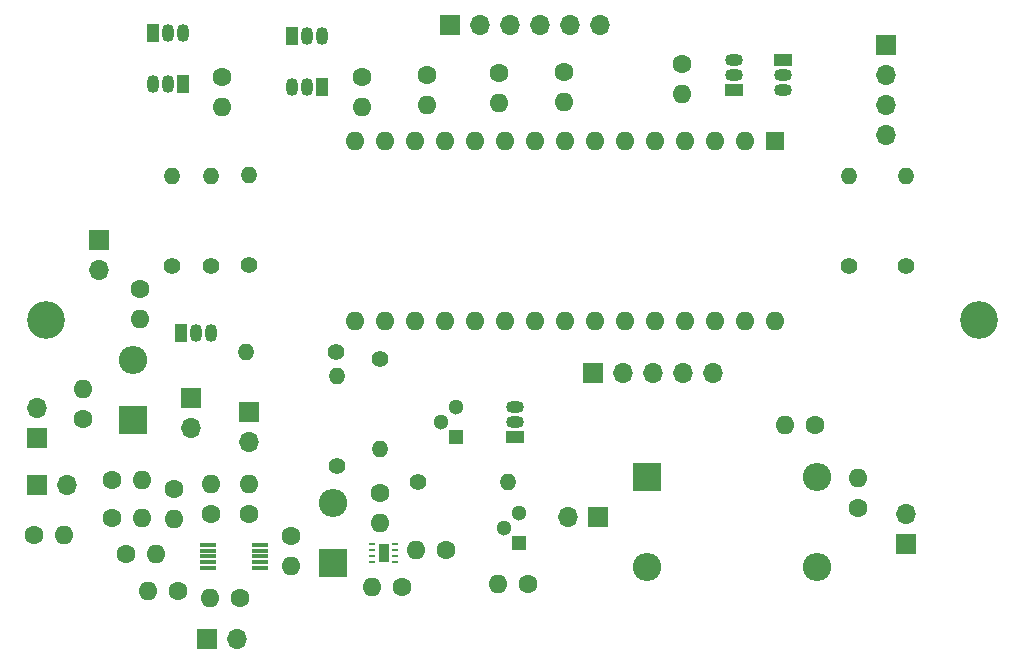
<source format=gbr>
%TF.GenerationSoftware,KiCad,Pcbnew,(5.1.9)-1*%
%TF.CreationDate,2022-03-31T17:20:55+02:00*%
%TF.ProjectId,Balance ruche,42616c61-6e63-4652-9072-756368652e6b,rev?*%
%TF.SameCoordinates,Original*%
%TF.FileFunction,Soldermask,Top*%
%TF.FilePolarity,Negative*%
%FSLAX46Y46*%
G04 Gerber Fmt 4.6, Leading zero omitted, Abs format (unit mm)*
G04 Created by KiCad (PCBNEW (5.1.9)-1) date 2022-03-31 17:20:55*
%MOMM*%
%LPD*%
G01*
G04 APERTURE LIST*
%ADD10R,1.050000X1.500000*%
%ADD11O,1.050000X1.500000*%
%ADD12O,1.400000X1.400000*%
%ADD13C,1.400000*%
%ADD14O,1.600000X1.600000*%
%ADD15R,1.600000X1.600000*%
%ADD16C,1.600000*%
%ADD17O,2.400000X2.400000*%
%ADD18R,2.400000X2.400000*%
%ADD19R,1.400000X0.300000*%
%ADD20R,0.500000X0.250000*%
%ADD21R,0.900000X1.600000*%
%ADD22R,1.500000X1.050000*%
%ADD23O,1.500000X1.050000*%
%ADD24R,1.300000X1.300000*%
%ADD25C,1.300000*%
%ADD26O,1.700000X1.700000*%
%ADD27R,1.700000X1.700000*%
%ADD28C,3.200000*%
G04 APERTURE END LIST*
D10*
%TO.C,Q8*%
X181060000Y-84710000D03*
D11*
X178520000Y-84710000D03*
X179790000Y-84710000D03*
%TD*%
D12*
%TO.C,R6*%
X168370000Y-92210000D03*
D13*
X168370000Y-99830000D03*
%TD*%
D12*
%TO.C,R5*%
X171660000Y-92210000D03*
D13*
X171660000Y-99830000D03*
%TD*%
D14*
%TO.C,A1*%
X183830000Y-104540000D03*
X183830000Y-89300000D03*
X219390000Y-104540000D03*
X186370000Y-89300000D03*
X216850000Y-104540000D03*
X188910000Y-89300000D03*
X214310000Y-104540000D03*
X191450000Y-89300000D03*
X211770000Y-104540000D03*
X193990000Y-89300000D03*
X209230000Y-104540000D03*
X196530000Y-89300000D03*
X206690000Y-104540000D03*
X199070000Y-89300000D03*
X204150000Y-104540000D03*
X201610000Y-89300000D03*
X201610000Y-104540000D03*
X204150000Y-89300000D03*
X199070000Y-104540000D03*
X206690000Y-89300000D03*
X196530000Y-104540000D03*
X209230000Y-89300000D03*
X193990000Y-104540000D03*
X211770000Y-89300000D03*
X191450000Y-104540000D03*
X214310000Y-89300000D03*
X188910000Y-104540000D03*
X216850000Y-89300000D03*
X186370000Y-104540000D03*
D15*
X219390000Y-89300000D03*
%TD*%
D12*
%TO.C,R21*%
X182300000Y-109150000D03*
D13*
X182300000Y-116770000D03*
%TD*%
D12*
%TO.C,R20*%
X185970000Y-115400000D03*
D13*
X185970000Y-107780000D03*
%TD*%
D12*
%TO.C,R7*%
X174590000Y-107110000D03*
D13*
X182210000Y-107110000D03*
%TD*%
D12*
%TO.C,R22*%
X196790000Y-118190000D03*
D13*
X189170000Y-118190000D03*
%TD*%
D12*
%TO.C,R8*%
X174920000Y-92150000D03*
D13*
X174920000Y-99770000D03*
%TD*%
D12*
%TO.C,R11*%
X230520000Y-92290000D03*
D13*
X230520000Y-99910000D03*
%TD*%
D12*
%TO.C,R10*%
X225720000Y-92280000D03*
D13*
X225720000Y-99900000D03*
%TD*%
D14*
%TO.C,C2*%
X166350000Y-127380000D03*
D16*
X168890000Y-127380000D03*
%TD*%
D14*
%TO.C,C21*%
X178420000Y-125280000D03*
D16*
X178420000Y-122740000D03*
%TD*%
D14*
%TO.C,C1*%
X185260000Y-127020000D03*
D16*
X187800000Y-127020000D03*
%TD*%
D14*
%TO.C,C20*%
X189010000Y-123910000D03*
D16*
X191550000Y-123910000D03*
%TD*%
D14*
%TO.C,R26*%
X172610000Y-86390000D03*
D16*
X172610000Y-83850000D03*
%TD*%
D14*
%TO.C,R25*%
X184470000Y-86400000D03*
D16*
X184470000Y-83860000D03*
%TD*%
D14*
%TO.C,R24*%
X211510000Y-85310000D03*
D16*
X211510000Y-82770000D03*
%TD*%
D14*
%TO.C,R23*%
X220260000Y-113320000D03*
D16*
X222800000Y-113320000D03*
%TD*%
D14*
%TO.C,R19*%
X165800000Y-121190000D03*
D16*
X163260000Y-121190000D03*
%TD*%
D14*
%TO.C,R18*%
X165840000Y-117990000D03*
D16*
X163300000Y-117990000D03*
%TD*%
D14*
%TO.C,R17*%
X168520000Y-121310000D03*
D16*
X168520000Y-118770000D03*
%TD*%
D14*
%TO.C,R16*%
X167000000Y-124270000D03*
D16*
X164460000Y-124270000D03*
%TD*%
D14*
%TO.C,R15*%
X174900000Y-118330000D03*
D16*
X174900000Y-120870000D03*
%TD*%
D14*
%TO.C,R14*%
X159200000Y-122640000D03*
D16*
X156660000Y-122640000D03*
%TD*%
D14*
%TO.C,R13*%
X171680000Y-118330000D03*
D16*
X171680000Y-120870000D03*
%TD*%
D14*
%TO.C,R12*%
X185940000Y-121610000D03*
D16*
X185940000Y-119070000D03*
%TD*%
D14*
%TO.C,R9*%
X196070000Y-86070000D03*
D16*
X196070000Y-83530000D03*
%TD*%
D14*
%TO.C,R4*%
X189980000Y-86210000D03*
D16*
X189980000Y-83670000D03*
%TD*%
D14*
%TO.C,R3*%
X201580000Y-86000000D03*
D16*
X201580000Y-83460000D03*
%TD*%
D14*
%TO.C,R2*%
X226440000Y-117830000D03*
D16*
X226440000Y-120370000D03*
%TD*%
D14*
%TO.C,R1*%
X165640000Y-104330000D03*
D16*
X165640000Y-101790000D03*
%TD*%
D14*
%TO.C,F3*%
X195980000Y-126790000D03*
D16*
X198520000Y-126790000D03*
%TD*%
D14*
%TO.C,F2*%
X171600000Y-128020000D03*
D16*
X174140000Y-128020000D03*
%TD*%
D14*
%TO.C,F1*%
X160800000Y-110320000D03*
D16*
X160800000Y-112860000D03*
%TD*%
D17*
%TO.C,U3*%
X223010000Y-125352400D03*
X223010000Y-117730000D03*
X208550000Y-125350000D03*
D18*
X208550000Y-117730000D03*
%TD*%
D19*
%TO.C,U2*%
X171450000Y-125460000D03*
X171450000Y-124960000D03*
X171450000Y-124460000D03*
X171450000Y-123960000D03*
X171450000Y-123460000D03*
X175850000Y-123460000D03*
X175850000Y-123960000D03*
X175850000Y-124460000D03*
X175850000Y-124960000D03*
X175850000Y-125460000D03*
%TD*%
D20*
%TO.C,U1*%
X187220000Y-123920000D03*
X185320000Y-124420000D03*
X185320000Y-124920000D03*
D21*
X186270000Y-124170000D03*
D20*
X187220000Y-124920000D03*
X187220000Y-124420000D03*
X187220000Y-123420000D03*
X185320000Y-123420000D03*
X185320000Y-123920000D03*
%TD*%
D10*
%TO.C,Q10*%
X169330000Y-84460000D03*
D11*
X166790000Y-84460000D03*
X168060000Y-84460000D03*
%TD*%
D10*
%TO.C,Q9*%
X166770000Y-80170000D03*
D11*
X169310000Y-80170000D03*
X168040000Y-80170000D03*
%TD*%
D10*
%TO.C,Q7*%
X178520000Y-80370000D03*
D11*
X181060000Y-80370000D03*
X179790000Y-80370000D03*
%TD*%
D22*
%TO.C,Q6*%
X220130000Y-82400000D03*
D23*
X220130000Y-84940000D03*
X220130000Y-83670000D03*
%TD*%
D22*
%TO.C,Q5*%
X215920000Y-84940000D03*
D23*
X215920000Y-82400000D03*
X215920000Y-83670000D03*
%TD*%
D24*
%TO.C,Q4*%
X197760000Y-123320000D03*
D25*
X197760000Y-120780000D03*
X196490000Y-122050000D03*
%TD*%
D22*
%TO.C,Q3*%
X197380000Y-114370000D03*
D23*
X197380000Y-111830000D03*
X197380000Y-113100000D03*
%TD*%
D24*
%TO.C,Q2*%
X192370000Y-114370000D03*
D25*
X192370000Y-111830000D03*
X191100000Y-113100000D03*
%TD*%
D10*
%TO.C,Q1*%
X169130000Y-105510000D03*
D11*
X171670000Y-105510000D03*
X170400000Y-105510000D03*
%TD*%
D26*
%TO.C,J201*%
X159490000Y-118380000D03*
D27*
X156950000Y-118380000D03*
%TD*%
D26*
%TO.C,J200*%
X173860000Y-131460000D03*
D27*
X171320000Y-131460000D03*
%TD*%
D26*
%TO.C,J101*%
X214170000Y-108960000D03*
X211630000Y-108960000D03*
X209090000Y-108960000D03*
X206550000Y-108960000D03*
D27*
X204010000Y-108960000D03*
%TD*%
D26*
%TO.C,J100*%
X204570000Y-79500000D03*
X202030000Y-79500000D03*
X199490000Y-79500000D03*
X196950000Y-79500000D03*
X194410000Y-79500000D03*
D27*
X191870000Y-79500000D03*
%TD*%
D26*
%TO.C,J11*%
X201880000Y-121110000D03*
D27*
X204420000Y-121110000D03*
%TD*%
D26*
%TO.C,J8*%
X174900000Y-114770000D03*
D27*
X174900000Y-112230000D03*
%TD*%
D26*
%TO.C,J7*%
X230480000Y-120900000D03*
D27*
X230480000Y-123440000D03*
%TD*%
D26*
%TO.C,J6*%
X169930000Y-113610000D03*
D27*
X169930000Y-111070000D03*
%TD*%
D26*
%TO.C,J5*%
X162160000Y-100220000D03*
D27*
X162160000Y-97680000D03*
%TD*%
D26*
%TO.C,J4*%
X228840000Y-88740000D03*
X228840000Y-86200000D03*
X228840000Y-83660000D03*
D27*
X228840000Y-81120000D03*
%TD*%
D26*
%TO.C,J1*%
X156940000Y-111890000D03*
D27*
X156940000Y-114430000D03*
%TD*%
D28*
%TO.C,H2*%
X157670000Y-104460000D03*
%TD*%
%TO.C,H1*%
X236670000Y-104460000D03*
%TD*%
D17*
%TO.C,D2*%
X182010000Y-119910000D03*
D18*
X182010000Y-124990000D03*
%TD*%
D17*
%TO.C,D1*%
X165030000Y-107810000D03*
D18*
X165030000Y-112890000D03*
%TD*%
M02*

</source>
